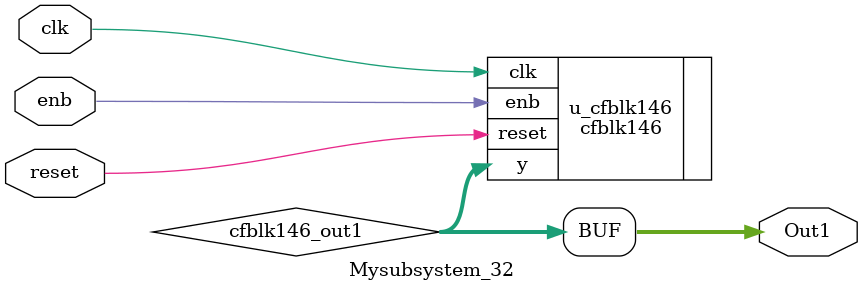
<source format=v>



`timescale 1 ns / 1 ns

module Mysubsystem_32
          (clk,
           reset,
           enb,
           Out1);


  input   clk;
  input   reset;
  input   enb;
  output  [7:0] Out1;  // uint8


  wire [7:0] cfblk146_out1;  // uint8


  cfblk146 u_cfblk146 (.clk(clk),
                       .reset(reset),
                       .enb(enb),
                       .y(cfblk146_out1)  // uint8
                       );

  assign Out1 = cfblk146_out1;

endmodule  // Mysubsystem_32


</source>
